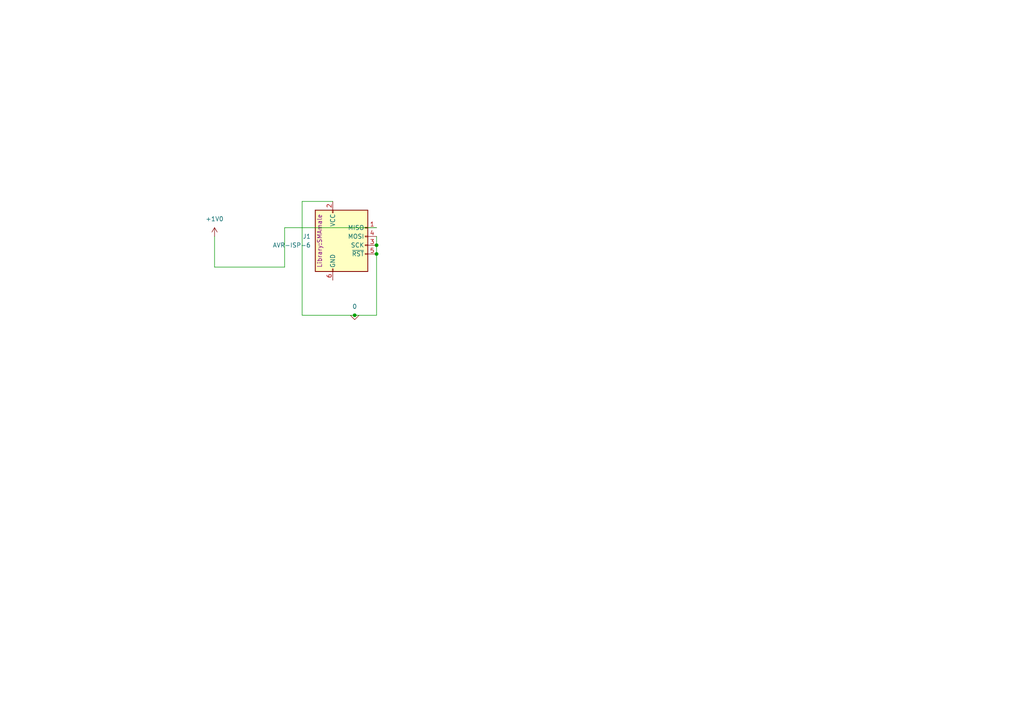
<source format=kicad_sch>
(kicad_sch (version 20230121) (generator eeschema)

  (uuid 7d46cb06-6887-4f3c-9394-0cc88b89fe99)

  (paper "A4")

  (lib_symbols
    (symbol "Connector:AVR-ISP-6" (pin_names (offset 1.016)) (in_bom yes) (on_board yes)
      (property "Reference" "J" (at -6.35 11.43 0)
        (effects (font (size 1.27 1.27)) (justify left))
      )
      (property "Value" "AVR-ISP-6" (at 0 11.43 0)
        (effects (font (size 1.27 1.27)) (justify left))
      )
      (property "Footprint" "" (at -6.35 1.27 90)
        (effects (font (size 1.27 1.27)) hide)
      )
      (property "Datasheet" " ~" (at -32.385 -13.97 0)
        (effects (font (size 1.27 1.27)) hide)
      )
      (property "ki_keywords" "AVR ISP Connector" (at 0 0 0)
        (effects (font (size 1.27 1.27)) hide)
      )
      (property "ki_description" "Atmel 6-pin ISP connector" (at 0 0 0)
        (effects (font (size 1.27 1.27)) hide)
      )
      (property "ki_fp_filters" "IDC?Header*2x03* Pin?Header*2x03*" (at 0 0 0)
        (effects (font (size 1.27 1.27)) hide)
      )
      (symbol "AVR-ISP-6_0_1"
        (rectangle (start -2.667 -6.858) (end -2.413 -7.62)
          (stroke (width 0) (type default))
          (fill (type none))
        )
        (rectangle (start -2.667 10.16) (end -2.413 9.398)
          (stroke (width 0) (type default))
          (fill (type none))
        )
        (rectangle (start 7.62 -2.413) (end 6.858 -2.667)
          (stroke (width 0) (type default))
          (fill (type none))
        )
        (rectangle (start 7.62 0.127) (end 6.858 -0.127)
          (stroke (width 0) (type default))
          (fill (type none))
        )
        (rectangle (start 7.62 2.667) (end 6.858 2.413)
          (stroke (width 0) (type default))
          (fill (type none))
        )
        (rectangle (start 7.62 5.207) (end 6.858 4.953)
          (stroke (width 0) (type default))
          (fill (type none))
        )
        (rectangle (start 7.62 10.16) (end -7.62 -7.62)
          (stroke (width 0.254) (type default))
          (fill (type background))
        )
      )
      (symbol "AVR-ISP-6_1_1"
        (pin passive line (at 10.16 5.08 180) (length 2.54)
          (name "MISO" (effects (font (size 1.27 1.27))))
          (number "1" (effects (font (size 1.27 1.27))))
        )
        (pin passive line (at -2.54 12.7 270) (length 2.54)
          (name "VCC" (effects (font (size 1.27 1.27))))
          (number "2" (effects (font (size 1.27 1.27))))
        )
        (pin passive line (at 10.16 0 180) (length 2.54)
          (name "SCK" (effects (font (size 1.27 1.27))))
          (number "3" (effects (font (size 1.27 1.27))))
        )
        (pin passive line (at 10.16 2.54 180) (length 2.54)
          (name "MOSI" (effects (font (size 1.27 1.27))))
          (number "4" (effects (font (size 1.27 1.27))))
        )
        (pin passive line (at 10.16 -2.54 180) (length 2.54)
          (name "~{RST}" (effects (font (size 1.27 1.27))))
          (number "5" (effects (font (size 1.27 1.27))))
        )
        (pin passive line (at -2.54 -10.16 90) (length 2.54)
          (name "GND" (effects (font (size 1.27 1.27))))
          (number "6" (effects (font (size 1.27 1.27))))
        )
      )
    )
    (symbol "Simulation_SPICE:0" (power) (pin_names (offset 0)) (in_bom yes) (on_board yes)
      (property "Reference" "#GND" (at 0 -2.54 0)
        (effects (font (size 1.27 1.27)) hide)
      )
      (property "Value" "0" (at 0 -1.778 0)
        (effects (font (size 1.27 1.27)))
      )
      (property "Footprint" "" (at 0 0 0)
        (effects (font (size 1.27 1.27)) hide)
      )
      (property "Datasheet" "~" (at 0 0 0)
        (effects (font (size 1.27 1.27)) hide)
      )
      (property "ki_keywords" "simulation" (at 0 0 0)
        (effects (font (size 1.27 1.27)) hide)
      )
      (property "ki_description" "0V reference potential for simulation" (at 0 0 0)
        (effects (font (size 1.27 1.27)) hide)
      )
      (symbol "0_0_1"
        (polyline
          (pts
            (xy -1.27 0)
            (xy 0 -1.27)
            (xy 1.27 0)
            (xy -1.27 0)
          )
          (stroke (width 0) (type default))
          (fill (type none))
        )
      )
      (symbol "0_1_1"
        (pin power_in line (at 0 0 0) (length 0) hide
          (name "0" (effects (font (size 1.016 1.016))))
          (number "1" (effects (font (size 1.016 1.016))))
        )
      )
    )
    (symbol "power:+1V0" (power) (pin_names (offset 0)) (in_bom yes) (on_board yes)
      (property "Reference" "#PWR" (at 0 -3.81 0)
        (effects (font (size 1.27 1.27)) hide)
      )
      (property "Value" "+1V0" (at 0 3.556 0)
        (effects (font (size 1.27 1.27)))
      )
      (property "Footprint" "" (at 0 0 0)
        (effects (font (size 1.27 1.27)) hide)
      )
      (property "Datasheet" "" (at 0 0 0)
        (effects (font (size 1.27 1.27)) hide)
      )
      (property "ki_keywords" "global power" (at 0 0 0)
        (effects (font (size 1.27 1.27)) hide)
      )
      (property "ki_description" "Power symbol creates a global label with name \"+1V0\"" (at 0 0 0)
        (effects (font (size 1.27 1.27)) hide)
      )
      (symbol "+1V0_0_1"
        (polyline
          (pts
            (xy -0.762 1.27)
            (xy 0 2.54)
          )
          (stroke (width 0) (type default))
          (fill (type none))
        )
        (polyline
          (pts
            (xy 0 0)
            (xy 0 2.54)
          )
          (stroke (width 0) (type default))
          (fill (type none))
        )
        (polyline
          (pts
            (xy 0 2.54)
            (xy 0.762 1.27)
          )
          (stroke (width 0) (type default))
          (fill (type none))
        )
      )
      (symbol "+1V0_1_1"
        (pin power_in line (at 0 0 90) (length 0) hide
          (name "+1V0" (effects (font (size 1.27 1.27))))
          (number "1" (effects (font (size 1.27 1.27))))
        )
      )
    )
  )

  (junction (at 109.22 73.66) (diameter 0) (color 0 0 0 0)
    (uuid 18f8fe27-e52b-4dbc-ab27-43cdd246ad54)
  )
  (junction (at 109.22 71.12) (diameter 0) (color 0 0 0 0)
    (uuid 58956a8e-20c0-4052-9ce3-dda73c5c6498)
  )
  (junction (at 102.87 91.44) (diameter 0) (color 0 0 0 0)
    (uuid d8cba0d7-3346-4391-81e9-fb11b75f0328)
  )

  (wire (pts (xy 109.22 71.12) (xy 109.22 73.66))
    (stroke (width 0) (type default))
    (uuid 22b596bd-31e2-4623-bb5e-45c222cb1ea2)
  )
  (wire (pts (xy 62.23 77.47) (xy 62.23 68.58))
    (stroke (width 0) (type default))
    (uuid 3ee3926a-94fc-466c-80f3-9adaafb07a30)
  )
  (wire (pts (xy 82.55 77.47) (xy 62.23 77.47))
    (stroke (width 0) (type default))
    (uuid 50c96042-80bb-47a8-9798-c336e7fe2bf0)
  )
  (wire (pts (xy 87.63 58.42) (xy 87.63 91.44))
    (stroke (width 0) (type default))
    (uuid 5ada0835-50e2-47d0-8768-f1bc9ece51a0)
  )
  (wire (pts (xy 109.22 73.66) (xy 109.22 91.44))
    (stroke (width 0) (type default))
    (uuid 74fd62ef-d1dc-4cf1-9220-aa4032ced3d9)
  )
  (wire (pts (xy 109.22 66.04) (xy 82.55 66.04))
    (stroke (width 0) (type default))
    (uuid 81037407-078f-4f63-96fc-62be4a865fc5)
  )
  (wire (pts (xy 102.87 91.44) (xy 109.22 91.44))
    (stroke (width 0) (type default))
    (uuid 95f10e89-c93e-412c-9ad2-75e640880a30)
  )
  (wire (pts (xy 109.22 68.58) (xy 109.22 71.12))
    (stroke (width 0) (type default))
    (uuid a774b6eb-38e2-48c6-bd27-cc4ceabf483f)
  )
  (wire (pts (xy 87.63 91.44) (xy 102.87 91.44))
    (stroke (width 0) (type default))
    (uuid ae03402c-e43c-48ce-abf3-98b6c0cb19b8)
  )
  (wire (pts (xy 96.52 58.42) (xy 87.63 58.42))
    (stroke (width 0) (type default))
    (uuid c099cb3e-4720-46bf-aed5-55bafbc79d67)
  )
  (wire (pts (xy 82.55 66.04) (xy 82.55 77.47))
    (stroke (width 0) (type default))
    (uuid fa18b5ef-71b2-4591-8e96-54341f6a5224)
  )

  (symbol (lib_id "Connector:AVR-ISP-6") (at 99.06 71.12 0) (unit 1)
    (in_bom yes) (on_board yes) (dnp no) (fields_autoplaced)
    (uuid 720fb462-7f9d-424e-b372-db3eb8e552ca)
    (property "Reference" "J1" (at 90.17 68.58 0)
      (effects (font (size 1.27 1.27)) (justify right))
    )
    (property "Value" "AVR-ISP-6" (at 90.17 71.12 0)
      (effects (font (size 1.27 1.27)) (justify right))
    )
    (property "Footprint" "Library:SMAmale" (at 92.71 69.85 90)
      (effects (font (size 1.27 1.27)))
    )
    (property "Datasheet" " ~" (at 66.675 85.09 0)
      (effects (font (size 1.27 1.27)) hide)
    )
    (pin "1" (uuid a715ffd2-9f4d-4051-8f81-b27969aaae9f))
    (pin "2" (uuid beeacceb-ac3e-4670-81e2-b8f0fa93fdbf))
    (pin "3" (uuid 244429db-f442-4749-9621-ce050e916163))
    (pin "4" (uuid 49551f9c-3b7b-418d-9642-d71a1d2d8c46))
    (pin "5" (uuid dad46dce-3d8f-4b5a-a26b-f65c9ae94090))
    (pin "6" (uuid 5798ba86-2f0e-47a6-9d29-5ee6b79c62f9))
    (instances
      (project "antenna_final_pcb_file"
        (path "/7d46cb06-6887-4f3c-9394-0cc88b89fe99"
          (reference "J1") (unit 1)
        )
      )
    )
  )

  (symbol (lib_id "power:+1V0") (at 62.23 68.58 0) (unit 1)
    (in_bom yes) (on_board yes) (dnp no) (fields_autoplaced)
    (uuid 9a25456f-777a-4251-bf77-79689c20e030)
    (property "Reference" "#PWR01" (at 62.23 72.39 0)
      (effects (font (size 1.27 1.27)) hide)
    )
    (property "Value" "+1V0" (at 62.23 63.5 0)
      (effects (font (size 1.27 1.27)))
    )
    (property "Footprint" "" (at 62.23 68.58 0)
      (effects (font (size 1.27 1.27)) hide)
    )
    (property "Datasheet" "" (at 62.23 68.58 0)
      (effects (font (size 1.27 1.27)) hide)
    )
    (pin "1" (uuid a6d16951-744f-4a58-9b94-d35b0400f8b9))
    (instances
      (project "antenna_final_pcb_file"
        (path "/7d46cb06-6887-4f3c-9394-0cc88b89fe99"
          (reference "#PWR01") (unit 1)
        )
      )
    )
  )

  (symbol (lib_id "Simulation_SPICE:0") (at 102.87 91.44 0) (unit 1)
    (in_bom yes) (on_board yes) (dnp no) (fields_autoplaced)
    (uuid b0ce44e1-051e-416c-be05-95bbe9bf3269)
    (property "Reference" "#GND01" (at 102.87 93.98 0)
      (effects (font (size 1.27 1.27)) hide)
    )
    (property "Value" "0" (at 102.87 88.9 0)
      (effects (font (size 1.27 1.27)))
    )
    (property "Footprint" "" (at 102.87 91.44 0)
      (effects (font (size 1.27 1.27)) hide)
    )
    (property "Datasheet" "~" (at 102.87 91.44 0)
      (effects (font (size 1.27 1.27)) hide)
    )
    (pin "1" (uuid 4787038a-b5fd-49e8-8274-12a44e7fd0b6))
    (instances
      (project "antenna_final_pcb_file"
        (path "/7d46cb06-6887-4f3c-9394-0cc88b89fe99"
          (reference "#GND01") (unit 1)
        )
      )
    )
  )

  (sheet_instances
    (path "/" (page "1"))
  )
)

</source>
